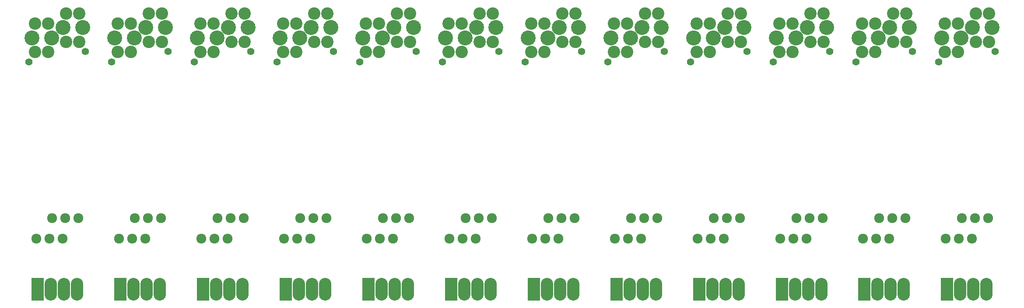
<source format=gbs>
G04 #@! TF.FileFunction,Soldermask,Bot*
%FSLAX46Y46*%
G04 Gerber Fmt 4.6, Leading zero omitted, Abs format (unit mm)*
G04 Created by KiCad (PCBNEW 4.0.4-stable) date 03/22/17 00:45:15*
%MOMM*%
%LPD*%
G01*
G04 APERTURE LIST*
%ADD10C,0.100000*%
%ADD11C,2.400000*%
%ADD12C,2.900000*%
%ADD13C,1.400000*%
%ADD14C,1.924000*%
%ADD15R,2.400000X4.400000*%
%ADD16O,2.400000X4.400000*%
G04 APERTURE END LIST*
D10*
D11*
X61270000Y-126250000D03*
X58730000Y-126250000D03*
X58730000Y-131750000D03*
X61270000Y-131750000D03*
D12*
X61900000Y-129000000D03*
X58100000Y-129000000D03*
D13*
X57550000Y-133650000D03*
D11*
X64730000Y-124250000D03*
X67270000Y-124250000D03*
X67270000Y-129750000D03*
X64730000Y-129750000D03*
D12*
X64100000Y-127000000D03*
X67900000Y-127000000D03*
D13*
X68450000Y-131650000D03*
D14*
X64540000Y-164000000D03*
X67080000Y-164000000D03*
X62000000Y-164000000D03*
X61460000Y-168000000D03*
X58920000Y-168000000D03*
X64000000Y-168000000D03*
D15*
X59190000Y-177800000D03*
D16*
X61730000Y-177800000D03*
X64270000Y-177800000D03*
X66810000Y-177800000D03*
D15*
X75190000Y-177800000D03*
D16*
X77730000Y-177800000D03*
X80270000Y-177800000D03*
X82810000Y-177800000D03*
D14*
X77460000Y-168000000D03*
X74920000Y-168000000D03*
X80000000Y-168000000D03*
X80540000Y-164000000D03*
X83080000Y-164000000D03*
X78000000Y-164000000D03*
D11*
X80730000Y-124250000D03*
X83270000Y-124250000D03*
X83270000Y-129750000D03*
X80730000Y-129750000D03*
D12*
X80100000Y-127000000D03*
X83900000Y-127000000D03*
D13*
X84450000Y-131650000D03*
D11*
X77270000Y-126250000D03*
X74730000Y-126250000D03*
X74730000Y-131750000D03*
X77270000Y-131750000D03*
D12*
X77900000Y-129000000D03*
X74100000Y-129000000D03*
D13*
X73550000Y-133650000D03*
D11*
X109270000Y-126250000D03*
X106730000Y-126250000D03*
X106730000Y-131750000D03*
X109270000Y-131750000D03*
D12*
X109900000Y-129000000D03*
X106100000Y-129000000D03*
D13*
X105550000Y-133650000D03*
D11*
X112730000Y-124250000D03*
X115270000Y-124250000D03*
X115270000Y-129750000D03*
X112730000Y-129750000D03*
D12*
X112100000Y-127000000D03*
X115900000Y-127000000D03*
D13*
X116450000Y-131650000D03*
D14*
X112540000Y-164000000D03*
X115080000Y-164000000D03*
X110000000Y-164000000D03*
X109460000Y-168000000D03*
X106920000Y-168000000D03*
X112000000Y-168000000D03*
D15*
X107190000Y-177800000D03*
D16*
X109730000Y-177800000D03*
X112270000Y-177800000D03*
X114810000Y-177800000D03*
D15*
X91190000Y-177800000D03*
D16*
X93730000Y-177800000D03*
X96270000Y-177800000D03*
X98810000Y-177800000D03*
D14*
X93460000Y-168000000D03*
X90920000Y-168000000D03*
X96000000Y-168000000D03*
X96540000Y-164000000D03*
X99080000Y-164000000D03*
X94000000Y-164000000D03*
D11*
X96730000Y-124250000D03*
X99270000Y-124250000D03*
X99270000Y-129750000D03*
X96730000Y-129750000D03*
D12*
X96100000Y-127000000D03*
X99900000Y-127000000D03*
D13*
X100450000Y-131650000D03*
D11*
X93270000Y-126250000D03*
X90730000Y-126250000D03*
X90730000Y-131750000D03*
X93270000Y-131750000D03*
D12*
X93900000Y-129000000D03*
X90100000Y-129000000D03*
D13*
X89550000Y-133650000D03*
D11*
X189270000Y-126250000D03*
X186730000Y-126250000D03*
X186730000Y-131750000D03*
X189270000Y-131750000D03*
D12*
X189900000Y-129000000D03*
X186100000Y-129000000D03*
D13*
X185550000Y-133650000D03*
D11*
X192730000Y-124250000D03*
X195270000Y-124250000D03*
X195270000Y-129750000D03*
X192730000Y-129750000D03*
D12*
X192100000Y-127000000D03*
X195900000Y-127000000D03*
D13*
X196450000Y-131650000D03*
D14*
X192540000Y-164000000D03*
X195080000Y-164000000D03*
X190000000Y-164000000D03*
X189460000Y-168000000D03*
X186920000Y-168000000D03*
X192000000Y-168000000D03*
D15*
X187190000Y-177800000D03*
D16*
X189730000Y-177800000D03*
X192270000Y-177800000D03*
X194810000Y-177800000D03*
D15*
X203190000Y-177800000D03*
D16*
X205730000Y-177800000D03*
X208270000Y-177800000D03*
X210810000Y-177800000D03*
D14*
X205460000Y-168000000D03*
X202920000Y-168000000D03*
X208000000Y-168000000D03*
X208540000Y-164000000D03*
X211080000Y-164000000D03*
X206000000Y-164000000D03*
D11*
X208730000Y-124250000D03*
X211270000Y-124250000D03*
X211270000Y-129750000D03*
X208730000Y-129750000D03*
D12*
X208100000Y-127000000D03*
X211900000Y-127000000D03*
D13*
X212450000Y-131650000D03*
D11*
X205270000Y-126250000D03*
X202730000Y-126250000D03*
X202730000Y-131750000D03*
X205270000Y-131750000D03*
D12*
X205900000Y-129000000D03*
X202100000Y-129000000D03*
D13*
X201550000Y-133650000D03*
D11*
X237270000Y-126250000D03*
X234730000Y-126250000D03*
X234730000Y-131750000D03*
X237270000Y-131750000D03*
D12*
X237900000Y-129000000D03*
X234100000Y-129000000D03*
D13*
X233550000Y-133650000D03*
D11*
X240730000Y-124250000D03*
X243270000Y-124250000D03*
X243270000Y-129750000D03*
X240730000Y-129750000D03*
D12*
X240100000Y-127000000D03*
X243900000Y-127000000D03*
D13*
X244450000Y-131650000D03*
D14*
X240540000Y-164000000D03*
X243080000Y-164000000D03*
X238000000Y-164000000D03*
X237460000Y-168000000D03*
X234920000Y-168000000D03*
X240000000Y-168000000D03*
D15*
X235190000Y-177800000D03*
D16*
X237730000Y-177800000D03*
X240270000Y-177800000D03*
X242810000Y-177800000D03*
D15*
X219190000Y-177800000D03*
D16*
X221730000Y-177800000D03*
X224270000Y-177800000D03*
X226810000Y-177800000D03*
D14*
X221460000Y-168000000D03*
X218920000Y-168000000D03*
X224000000Y-168000000D03*
X224540000Y-164000000D03*
X227080000Y-164000000D03*
X222000000Y-164000000D03*
D11*
X224730000Y-124250000D03*
X227270000Y-124250000D03*
X227270000Y-129750000D03*
X224730000Y-129750000D03*
D12*
X224100000Y-127000000D03*
X227900000Y-127000000D03*
D13*
X228450000Y-131650000D03*
D11*
X221270000Y-126250000D03*
X218730000Y-126250000D03*
X218730000Y-131750000D03*
X221270000Y-131750000D03*
D12*
X221900000Y-129000000D03*
X218100000Y-129000000D03*
D13*
X217550000Y-133650000D03*
D11*
X157270000Y-126250000D03*
X154730000Y-126250000D03*
X154730000Y-131750000D03*
X157270000Y-131750000D03*
D12*
X157900000Y-129000000D03*
X154100000Y-129000000D03*
D13*
X153550000Y-133650000D03*
D11*
X160730000Y-124250000D03*
X163270000Y-124250000D03*
X163270000Y-129750000D03*
X160730000Y-129750000D03*
D12*
X160100000Y-127000000D03*
X163900000Y-127000000D03*
D13*
X164450000Y-131650000D03*
D14*
X160540000Y-164000000D03*
X163080000Y-164000000D03*
X158000000Y-164000000D03*
X157460000Y-168000000D03*
X154920000Y-168000000D03*
X160000000Y-168000000D03*
D15*
X155190000Y-177800000D03*
D16*
X157730000Y-177800000D03*
X160270000Y-177800000D03*
X162810000Y-177800000D03*
D15*
X171190000Y-177800000D03*
D16*
X173730000Y-177800000D03*
X176270000Y-177800000D03*
X178810000Y-177800000D03*
D14*
X173460000Y-168000000D03*
X170920000Y-168000000D03*
X176000000Y-168000000D03*
X176540000Y-164000000D03*
X179080000Y-164000000D03*
X174000000Y-164000000D03*
D11*
X176730000Y-124250000D03*
X179270000Y-124250000D03*
X179270000Y-129750000D03*
X176730000Y-129750000D03*
D12*
X176100000Y-127000000D03*
X179900000Y-127000000D03*
D13*
X180450000Y-131650000D03*
D11*
X173270000Y-126250000D03*
X170730000Y-126250000D03*
X170730000Y-131750000D03*
X173270000Y-131750000D03*
D12*
X173900000Y-129000000D03*
X170100000Y-129000000D03*
D13*
X169550000Y-133650000D03*
D11*
X141270000Y-126250000D03*
X138730000Y-126250000D03*
X138730000Y-131750000D03*
X141270000Y-131750000D03*
D12*
X141900000Y-129000000D03*
X138100000Y-129000000D03*
D13*
X137550000Y-133650000D03*
D11*
X144730000Y-124250000D03*
X147270000Y-124250000D03*
X147270000Y-129750000D03*
X144730000Y-129750000D03*
D12*
X144100000Y-127000000D03*
X147900000Y-127000000D03*
D13*
X148450000Y-131650000D03*
D14*
X144540000Y-164000000D03*
X147080000Y-164000000D03*
X142000000Y-164000000D03*
X141460000Y-168000000D03*
X138920000Y-168000000D03*
X144000000Y-168000000D03*
D15*
X139190000Y-177800000D03*
D16*
X141730000Y-177800000D03*
X144270000Y-177800000D03*
X146810000Y-177800000D03*
D15*
X123190000Y-177800000D03*
D16*
X125730000Y-177800000D03*
X128270000Y-177800000D03*
X130810000Y-177800000D03*
D14*
X125460000Y-168000000D03*
X122920000Y-168000000D03*
X128000000Y-168000000D03*
X128540000Y-164000000D03*
X131080000Y-164000000D03*
X126000000Y-164000000D03*
D11*
X128730000Y-124250000D03*
X131270000Y-124250000D03*
X131270000Y-129750000D03*
X128730000Y-129750000D03*
D12*
X128100000Y-127000000D03*
X131900000Y-127000000D03*
D13*
X132450000Y-131650000D03*
D11*
X125270000Y-126250000D03*
X122730000Y-126250000D03*
X122730000Y-131750000D03*
X125270000Y-131750000D03*
D12*
X125900000Y-129000000D03*
X122100000Y-129000000D03*
D13*
X121550000Y-133650000D03*
M02*

</source>
